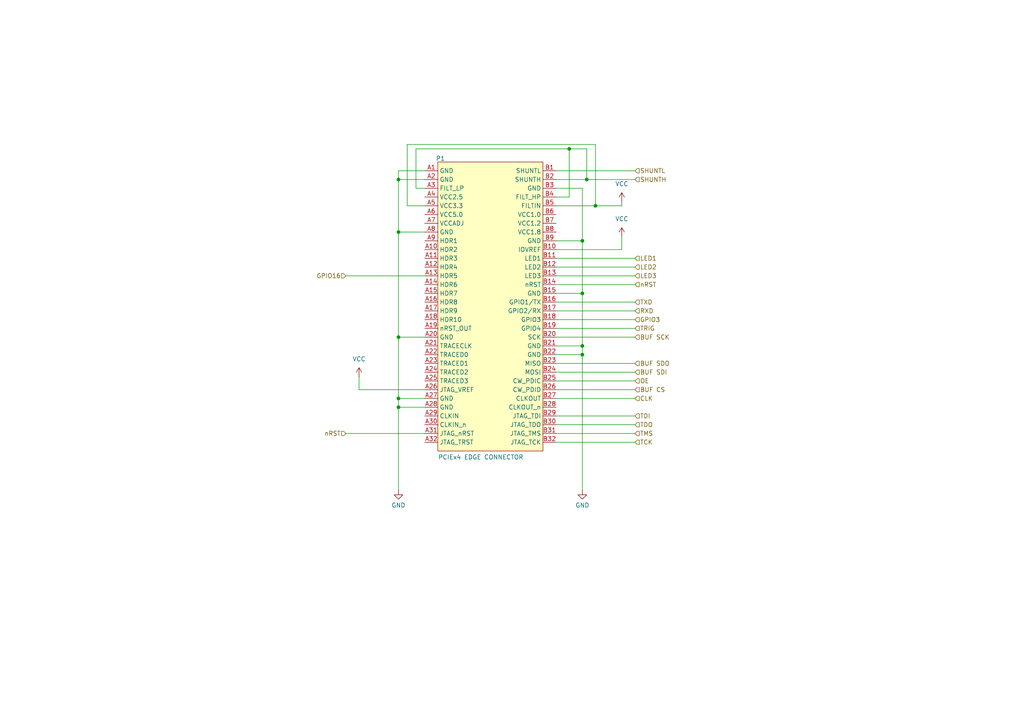
<source format=kicad_sch>
(kicad_sch (version 20231120) (generator "eeschema") (generator_version "8.0")
  (paper "A4")
  (lib_symbols
    (symbol "power:GND" (power) (pin_numbers hide) (pin_names (offset 0) hide)
      (property "Value" "GND" (at 0 -3.81 0))
      (symbol "GND_0_1"
        (polyline (pts (xy 0 0) (xy 0 -1.27) (xy 1.27 -1.27) (xy 0 -2.54) (xy -1.27 -1.27) (xy 0 -1.27)))
      )
      (symbol "GND_1_1"
        (pin power_in line (at 0 0 270) (length 0) (name "~") (number "1"))
      )
    )
    (symbol "power:VCC" (power) (pin_numbers hide) (pin_names (offset 0) hide)
      (property "Value" "VCC" (at 0 3.556 0))
      (symbol "VCC_0_1"
        (polyline (pts (xy -0.762 1.27) (xy 0 2.54)))
        (polyline (pts (xy 0 0) (xy 0 2.54)))
        (polyline (pts (xy 0 2.54) (xy 0.762 1.27)))
      )
      (symbol "VCC_1_1"
        (pin power_in line (at 0 0 90) (length 0) (name "~") (number "1"))
      )
    )
    (symbol "tutorial_2_library:CW312T-Template" (in_bom no)
      (property "Reference" "P" (at -15.24 3.81 0))
      (property "Value" "PCIEx4 EDGE CONNECTOR " (at 3.81 3.81 0))
      (symbol "CW312T-Template_1_1"
        (rectangle (start -15.24 2.54) (end 15.24 -81.28) (fill (type background)))
        (pin unspecified line (at -19.05 0 0) (length 3.81) (name "GND") (number "A1"))
        (pin unspecified line (at -19.05 -22.86 0) (length 3.81) (name "HDR2") (number "A10"))
        (pin unspecified line (at -19.05 -25.4 0) (length 3.81) (name "HDR3") (number "A11"))
        (pin unspecified line (at -19.05 -27.94 0) (length 3.81) (name "HDR4") (number "A12"))
        (pin unspecified line (at -19.05 -30.48 0) (length 3.81) (name "HDR5") (number "A13"))
        (pin unspecified line (at -19.05 -33.02 0) (length 3.81) (name "HDR6") (number "A14"))
        (pin unspecified line (at -19.05 -35.56 0) (length 3.81) (name "HDR7") (number "A15"))
        (pin unspecified line (at -19.05 -38.1 0) (length 3.81) (name "HDR8") (number "A16"))
        (pin unspecified line (at -19.05 -40.64 0) (length 3.81) (name "HDR9") (number "A17"))
        (pin unspecified line (at -19.05 -43.18 0) (length 3.81) (name "HDR10") (number "A18"))
        (pin unspecified line (at -19.05 -45.72 0) (length 3.81) (name "nRST_OUT") (number "A19"))
        (pin unspecified line (at -19.05 -2.54 0) (length 3.81) (name "GND") (number "A2"))
        (pin unspecified line (at -19.05 -48.26 0) (length 3.81) (name "GND") (number "A20"))
        (pin unspecified line (at -19.05 -50.8 0) (length 3.81) (name "TRACECLK") (number "A21"))
        (pin unspecified line (at -19.05 -53.34 0) (length 3.81) (name "TRACED0") (number "A22"))
        (pin unspecified line (at -19.05 -55.88 0) (length 3.81) (name "TRACED1") (number "A23"))
        (pin unspecified line (at -19.05 -58.42 0) (length 3.81) (name "TRACED2") (number "A24"))
        (pin unspecified line (at -19.05 -60.96 0) (length 3.81) (name "TRACED3") (number "A25"))
        (pin unspecified line (at -19.05 -63.5 0) (length 3.81) (name "JTAG_VREF") (number "A26"))
        (pin unspecified line (at -19.05 -66.04 0) (length 3.81) (name "GND") (number "A27"))
        (pin unspecified line (at -19.05 -68.58 0) (length 3.81) (name "GND") (number "A28"))
        (pin unspecified line (at -19.05 -71.12 0) (length 3.81) (name "CLKIN") (number "A29"))
        (pin unspecified line (at -19.05 -5.08 0) (length 3.81) (name "FILT_LP") (number "A3"))
        (pin unspecified line (at -19.05 -73.66 0) (length 3.81) (name "CLKIN_n") (number "A30"))
        (pin unspecified line (at -19.05 -76.2 0) (length 3.81) (name "JTAG_nRST") (number "A31"))
        (pin unspecified line (at -19.05 -78.74 0) (length 3.81) (name "JTAG_TRST") (number "A32"))
        (pin unspecified line (at -19.05 -7.62 0) (length 3.81) (name "VCC2.5") (number "A4"))
        (pin unspecified line (at -19.05 -10.16 0) (length 3.81) (name "VCC3.3") (number "A5"))
        (pin unspecified line (at -19.05 -12.7 0) (length 3.81) (name "VCC5.0") (number "A6"))
        (pin unspecified line (at -19.05 -15.24 0) (length 3.81) (name "VCCADJ") (number "A7"))
        (pin unspecified line (at -19.05 -17.78 0) (length 3.81) (name "GND") (number "A8"))
        (pin unspecified line (at -19.05 -20.32 0) (length 3.81) (name "HDR1") (number "A9"))
        (pin unspecified line (at 19.05 0 180) (length 3.81) (name "SHUNTL") (number "B1"))
        (pin unspecified line (at 19.05 -22.86 180) (length 3.81) (name "IOVREF") (number "B10"))
        (pin unspecified line (at 19.05 -25.4 180) (length 3.81) (name "LED1") (number "B11"))
        (pin unspecified line (at 19.05 -27.94 180) (length 3.81) (name "LED2") (number "B12"))
        (pin unspecified line (at 19.05 -30.48 180) (length 3.81) (name "LED3") (number "B13"))
        (pin unspecified line (at 19.05 -33.02 180) (length 3.81) (name "nRST") (number "B14"))
        (pin unspecified line (at 19.05 -35.56 180) (length 3.81) (name "GND") (number "B15"))
        (pin unspecified line (at 19.05 -38.1 180) (length 3.81) (name "GPIO1/TX") (number "B16"))
        (pin unspecified line (at 19.05 -40.64 180) (length 3.81) (name "GPIO2/RX") (number "B17"))
        (pin unspecified line (at 19.05 -43.18 180) (length 3.81) (name "GPIO3") (number "B18"))
        (pin unspecified line (at 19.05 -45.72 180) (length 3.81) (name "GPIO4") (number "B19"))
        (pin unspecified line (at 19.05 -2.54 180) (length 3.81) (name "SHUNTH") (number "B2"))
        (pin unspecified line (at 19.05 -48.26 180) (length 3.81) (name "SCK") (number "B20"))
        (pin unspecified line (at 19.05 -50.8 180) (length 3.81) (name "GND") (number "B21"))
        (pin unspecified line (at 19.05 -53.34 180) (length 3.81) (name "GND") (number "B22"))
        (pin unspecified line (at 19.05 -55.88 180) (length 3.81) (name "MISO") (number "B23"))
        (pin unspecified line (at 19.05 -58.42 180) (length 3.81) (name "MOSI") (number "B24"))
        (pin unspecified line (at 19.05 -60.96 180) (length 3.81) (name "CW_PDIC") (number "B25"))
        (pin unspecified line (at 19.05 -63.5 180) (length 3.81) (name "CW_PDID") (number "B26"))
        (pin unspecified line (at 19.05 -66.04 180) (length 3.81) (name "CLKOUT") (number "B27"))
        (pin unspecified line (at 19.05 -68.58 180) (length 3.81) (name "CLKOUT_n") (number "B28"))
        (pin unspecified line (at 19.05 -71.12 180) (length 3.81) (name "JTAG_TDI") (number "B29"))
        (pin unspecified line (at 19.05 -5.08 180) (length 3.81) (name "GND") (number "B3"))
        (pin unspecified line (at 19.05 -73.66 180) (length 3.81) (name "JTAG_TDO") (number "B30"))
        (pin unspecified line (at 19.05 -76.2 180) (length 3.81) (name "JTAG_TMS") (number "B31"))
        (pin unspecified line (at 19.05 -78.74 180) (length 3.81) (name "JTAG_TCK") (number "B32"))
        (pin unspecified line (at 19.05 -7.62 180) (length 3.81) (name "FILT_HP") (number "B4"))
        (pin unspecified line (at 19.05 -10.16 180) (length 3.81) (name "FILTIN") (number "B5"))
        (pin unspecified line (at 19.05 -12.7 180) (length 3.81) (name "VCC1.0") (number "B6"))
        (pin unspecified line (at 19.05 -15.24 180) (length 3.81) (name "VCC1.2") (number "B7"))
        (pin unspecified line (at 19.05 -17.78 180) (length 3.81) (name "VCC1.8") (number "B8"))
        (pin unspecified line (at 19.05 -20.32 180) (length 3.81) (name "GND") (number "B9"))
      )
    )
  )
  (junction (at 115.57 52.07))
  (junction (at 168.91 102.87))
  (junction (at 168.91 100.33))
  (junction (at 168.91 69.85))
  (junction (at 115.57 118.11))
  (junction (at 115.57 97.79))
  (junction (at 115.57 115.57))
  (junction (at 168.91 85.09))
  (junction (at 165.1 43.18))
  (junction (at 170.18 52.07))
  (junction (at 172.72 59.69))
  (junction (at 115.57 67.31))
  (wire (pts (xy 115.57 118.11) (xy 115.57 142.24)))
  (wire (pts (xy 161.29 113.03) (xy 184.15 113.03)))
  (wire (pts (xy 120.65 54.61) (xy 120.65 43.18)))
  (wire (pts (xy 120.65 43.18) (xy 165.1 43.18)))
  (wire (pts (xy 161.29 128.27) (xy 184.15 128.27)))
  (wire (pts (xy 161.29 92.71) (xy 184.15 92.71)))
  (wire (pts (xy 161.29 120.65) (xy 184.15 120.65)))
  (wire (pts (xy 100.33 125.73) (xy 123.19 125.73)))
  (wire (pts (xy 165.1 57.15) (xy 165.1 43.18)))
  (wire (pts (xy 123.19 49.53) (xy 115.57 49.53)))
  (wire (pts (xy 161.29 72.39) (xy 180.34 72.39)))
  (wire (pts (xy 115.57 52.07) (xy 123.19 52.07)))
  (wire (pts (xy 170.18 43.18) (xy 170.18 52.07)))
  (wire (pts (xy 172.72 41.91) (xy 172.72 59.69)))
  (wire (pts (xy 165.1 43.18) (xy 170.18 43.18)))
  (wire (pts (xy 161.29 123.19) (xy 184.15 123.19)))
  (wire (pts (xy 104.14 109.22) (xy 104.14 113.03)))
  (wire (pts (xy 161.29 102.87) (xy 168.91 102.87)))
  (wire (pts (xy 161.29 80.01) (xy 184.15 80.01)))
  (wire (pts (xy 161.29 69.85) (xy 168.91 69.85)))
  (wire (pts (xy 115.57 115.57) (xy 115.57 118.11)))
  (wire (pts (xy 180.34 58.42) (xy 180.34 59.69)))
  (wire (pts (xy 115.57 118.11) (xy 123.19 118.11)))
  (wire (pts (xy 115.57 97.79) (xy 123.19 97.79)))
  (wire (pts (xy 168.91 54.61) (xy 161.29 54.61)))
  (wire (pts (xy 161.29 52.07) (xy 170.18 52.07)))
  (wire (pts (xy 115.57 97.79) (xy 115.57 115.57)))
  (wire (pts (xy 161.29 105.41) (xy 184.15 105.41)))
  (wire (pts (xy 170.18 52.07) (xy 184.15 52.07)))
  (wire (pts (xy 161.29 59.69) (xy 172.72 59.69)))
  (wire (pts (xy 123.19 113.03) (xy 104.14 113.03)))
  (wire (pts (xy 161.29 107.95) (xy 184.15 107.95)))
  (wire (pts (xy 115.57 49.53) (xy 115.57 52.07)))
  (wire (pts (xy 161.29 85.09) (xy 168.91 85.09)))
  (wire (pts (xy 168.91 100.33) (xy 168.91 102.87)))
  (wire (pts (xy 161.29 74.93) (xy 184.15 74.93)))
  (wire (pts (xy 168.91 102.87) (xy 168.91 142.24)))
  (wire (pts (xy 180.34 68.58) (xy 180.34 72.39)))
  (wire (pts (xy 168.91 69.85) (xy 168.91 85.09)))
  (wire (pts (xy 115.57 67.31) (xy 115.57 97.79)))
  (wire (pts (xy 115.57 115.57) (xy 123.19 115.57)))
  (wire (pts (xy 161.29 125.73) (xy 184.15 125.73)))
  (wire (pts (xy 123.19 54.61) (xy 120.65 54.61)))
  (wire (pts (xy 161.29 77.47) (xy 184.15 77.47)))
  (wire (pts (xy 161.29 82.55) (xy 184.15 82.55)))
  (wire (pts (xy 168.91 85.09) (xy 168.91 100.33)))
  (wire (pts (xy 161.29 95.25) (xy 184.15 95.25)))
  (wire (pts (xy 161.29 97.79) (xy 184.15 97.79)))
  (wire (pts (xy 161.29 110.49) (xy 184.15 110.49)))
  (wire (pts (xy 172.72 59.69) (xy 180.34 59.69)))
  (wire (pts (xy 100.33 80.01) (xy 123.19 80.01)))
  (wire (pts (xy 118.11 41.91) (xy 172.72 41.91)))
  (wire (pts (xy 115.57 67.31) (xy 123.19 67.31)))
  (wire (pts (xy 161.29 90.17) (xy 184.15 90.17)))
  (wire (pts (xy 123.19 59.69) (xy 118.11 59.69)))
  (wire (pts (xy 161.29 49.53) (xy 184.15 49.53)))
  (wire (pts (xy 115.57 52.07) (xy 115.57 67.31)))
  (wire (pts (xy 161.29 87.63) (xy 184.15 87.63)))
  (wire (pts (xy 161.29 100.33) (xy 168.91 100.33)))
  (wire (pts (xy 161.29 115.57) (xy 184.15 115.57)))
  (wire (pts (xy 168.91 54.61) (xy 168.91 69.85)))
  (wire (pts (xy 118.11 59.69) (xy 118.11 41.91)))
  (wire (pts (xy 161.29 57.15) (xy 165.1 57.15)))
  (hierarchical_label "TDO" (shape input) (at 184.15 123.19 0))
  (hierarchical_label "TRIG" (shape input) (at 184.15 95.25 0))
  (hierarchical_label "GPIO16" (shape input) (at 100.33 80.01 180))
  (hierarchical_label "TXD" (shape input) (at 184.15 87.63 0))
  (hierarchical_label "BUF SDI" (shape input) (at 184.15 107.95 0))
  (hierarchical_label "nRST" (shape input) (at 100.33 125.73 180))
  (hierarchical_label "nRST" (shape input) (at 184.15 82.55 0))
  (hierarchical_label "RXD" (shape input) (at 184.15 90.17 0))
  (hierarchical_label "GPIO3" (shape input) (at 184.15 92.71 0))
  (hierarchical_label "CLK" (shape input) (at 184.15 115.57 0))
  (hierarchical_label "OE" (shape input) (at 184.15 110.49 0))
  (hierarchical_label "SHUNTH" (shape input) (at 184.15 52.07 0))
  (hierarchical_label "BUF SCK" (shape input) (at 184.15 97.79 0))
  (hierarchical_label "TCK" (shape input) (at 184.15 128.27 0))
  (hierarchical_label "LED3" (shape input) (at 184.15 80.01 0))
  (hierarchical_label "TDI" (shape input) (at 184.15 120.65 0))
  (hierarchical_label "BUF CS" (shape input) (at 184.15 113.03 0))
  (hierarchical_label "BUF SDO" (shape input) (at 184.15 105.41 0))
  (hierarchical_label "LED1" (shape input) (at 184.15 74.93 0))
  (hierarchical_label "LED2" (shape input) (at 184.15 77.47 0))
  (hierarchical_label "SHUNTL" (shape input) (at 184.15 49.53 0))
  (hierarchical_label "TMS" (shape input) (at 184.15 125.73 0))
  (symbol (lib_id "power:VCC") (at 104.14 109.22 0) (unit 1)
    (property "Reference" "#PWR068" (effects (hide yes)))
    (property "Value" "VCC" (at 104.14 104.14 0))
    (property "Description" "Power symbol creates a global label with name \"VCC\"" (effects (hide yes)))
  )
  (symbol (lib_id "tutorial_2_library:CW312T-Template") (at 142.24 49.53 0) (unit 1) (in_bom no)
    (property "Reference" "P1" (at 127.762 45.974 0))
    (property "Value" "PCIEx4 EDGE CONNECTOR" (at 139.446 132.588 0))
    (property "Footprint" "tutorial_2_library:CW312_Template" (effects (hide yes)))
    (property "Description" "BOARD AND EDGE CONNECTOR TEMPLATE FOR CW312 TARGETS" (effects (hide yes)))
  )
  (symbol (lib_id "power:GND") (at 115.57 142.24 0) (unit 1)
    (property "Reference" "#PWR069" (effects (hide yes)))
    (property "Value" "GND" (at 115.57 146.558 0))
    (property "Description" "Power symbol creates a global label with name \"GND\" , ground" (effects (hide yes)))
  )
  (symbol (lib_id "power:VCC") (at 180.34 68.58 0) (mirror y) (unit 1)
    (property "Reference" "#PWR072" (effects (hide yes)))
    (property "Value" "VCC" (at 180.34 63.5 0))
    (property "Description" "Power symbol creates a global label with name \"VCC\"" (effects (hide yes)))
  )
  (symbol (lib_id "power:GND") (at 168.91 142.24 0) (unit 1)
    (property "Reference" "#PWR070" (effects (hide yes)))
    (property "Value" "GND" (at 168.91 146.558 0))
    (property "Description" "Power symbol creates a global label with name \"GND\" , ground" (effects (hide yes)))
  )
  (symbol (lib_id "power:VCC") (at 180.34 58.42 0) (mirror y) (unit 1)
    (property "Reference" "#PWR071" (effects (hide yes)))
    (property "Value" "VCC" (at 180.34 53.34 0))
    (property "Description" "Power symbol creates a global label with name \"VCC\"" (effects (hide yes)))
  )
)
</source>
